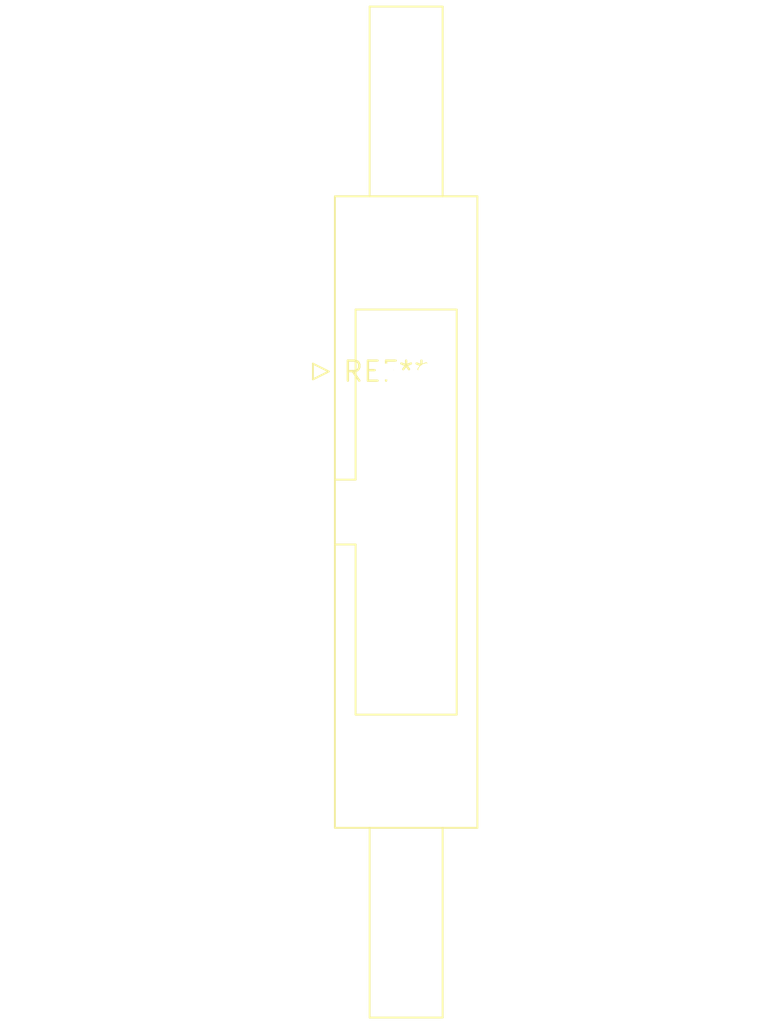
<source format=kicad_pcb>
(kicad_pcb (version 20240108) (generator pcbnew)
  (layers (0 "F.Cu" signal) (31 "B.Cu" signal) (34 "B.Paste" user) (35 "F.Paste" user) (36 "B.SilkS" user "B.Silkscreen") (37 "F.SilkS" user "F.Silkscreen") (38 "B.Mask" user) (39 "F.Mask" user) (44 "Edge.Cuts" user))
  (net 0 "")
  (footprint "IDC-Header_2x08_P2.54mm_Latch12.0mm_Vertical" (layer "F.Cu") (at 0 0)
    (property "Reference" "REF**")
    (property "Value" "IDC-Header_2x08_P2.54mm_Latch12.0mm_Vertical")
    (fp_line (start -4.63 -0.5) (end -4.63 0.5) (layer "F.SilkS") (stroke (width 0.12)))
    (fp_line (start -4.63 0.5) (end -3.63 0) (layer "F.SilkS") (stroke (width 0.12)))
    (fp_line (start -3.63 0) (end -4.63 -0.5) (layer "F.SilkS") (stroke (width 0.12)))
    (fp_line (start -3.24 -11.08) (end 5.78 -11.08) (layer "F.SilkS") (stroke (width 0.12)))
    (fp_line (start -3.24 6.84) (end -1.93 6.84) (layer "F.SilkS") (stroke (width 0.12)))
    (fp_line (start -3.24 28.86) (end -3.24 -11.08) (layer "F.SilkS") (stroke (width 0.12)))
    (fp_line (start -1.93 -3.92) (end 4.47 -3.92) (layer "F.SilkS") (stroke (width 0.12)))
    (fp_line (start -1.93 6.84) (end -1.93 -3.92) (layer "F.SilkS") (stroke (width 0.12)))
    (fp_line (start -1.93 10.94) (end -3.24 10.94) (layer "F.SilkS") (stroke (width 0.12)))
    (fp_line (start -1.93 10.94) (end -1.93 10.94) (layer "F.SilkS") (stroke (width 0.12)))
    (fp_line (start -1.93 21.7) (end -1.93 10.94) (layer "F.SilkS") (stroke (width 0.12)))
    (fp_line (start -1.04 -23.08) (end 3.58 -23.08) (layer "F.SilkS") (stroke (width 0.12)))
    (fp_line (start -1.04 -11.08) (end -1.04 -23.08) (layer "F.SilkS") (stroke (width 0.12)))
    (fp_line (start -1.04 28.86) (end -1.04 40.86) (layer "F.SilkS") (stroke (width 0.12)))
    (fp_line (start -1.04 40.86) (end 3.58 40.86) (layer "F.SilkS") (stroke (width 0.12)))
    (fp_line (start 3.58 -23.08) (end 3.58 -11.08) (layer "F.SilkS") (stroke (width 0.12)))
    (fp_line (start 3.58 40.86) (end 3.58 28.86) (layer "F.SilkS") (stroke (width 0.12)))
    (fp_line (start 4.47 -3.92) (end 4.47 21.7) (layer "F.SilkS") (stroke (width 0.12)))
    (fp_line (start 4.47 21.7) (end -1.93 21.7) (layer "F.SilkS") (stroke (width 0.12)))
    (fp_line (start 5.78 -11.08) (end 5.78 28.86) (layer "F.SilkS") (stroke (width 0.12)))
    (fp_line (start 5.78 28.86) (end -3.24 28.86) (layer "F.SilkS") (stroke (width 0.12)))
    (pad "1" thru_hole roundrect (at 0 0) (size 1.7 1.7) (drill 1) (layers *.Cu *.Mask) (remove_unused_layers) (roundrect_rratio 0.147059))
    (pad "2" thru_hole circle (at 2.54 0) (size 1.7 1.7) (drill 1) (layers *.Cu *.Mask) (remove_unused_layers))
    (pad "3" thru_hole circle (at 0 2.54) (size 1.7 1.7) (drill 1) (layers *.Cu *.Mask) (remove_unused_layers))
    (pad "4" thru_hole circle (at 2.54 2.54) (size 1.7 1.7) (drill 1) (layers *.Cu *.Mask) (remove_unused_layers))
    (pad "5" thru_hole circle (at 0 5.08) (size 1.7 1.7) (drill 1) (layers *.Cu *.Mask) (remove_unused_layers))
    (pad "6" thru_hole circle (at 2.54 5.08) (size 1.7 1.7) (drill 1) (layers *.Cu *.Mask) (remove_unused_layers))
    (pad "7" thru_hole circle (at 0 7.62) (size 1.7 1.7) (drill 1) (layers *.Cu *.Mask) (remove_unused_layers))
    (pad "8" thru_hole circle (at 2.54 7.62) (size 1.7 1.7) (drill 1) (layers *.Cu *.Mask) (remove_unused_layers))
    (pad "9" thru_hole circle (at 0 10.16) (size 1.7 1.7) (drill 1) (layers *.Cu *.Mask) (remove_unused_layers))
    (pad "10" thru_hole circle (at 2.54 10.16) (size 1.7 1.7) (drill 1) (layers *.Cu *.Mask) (remove_unused_layers))
    (pad "11" thru_hole circle (at 0 12.7) (size 1.7 1.7) (drill 1) (layers *.Cu *.Mask) (remove_unused_layers))
    (pad "12" thru_hole circle (at 2.54 12.7) (size 1.7 1.7) (drill 1) (layers *.Cu *.Mask) (remove_unused_layers))
    (pad "13" thru_hole circle (at 0 15.24) (size 1.7 1.7) (drill 1) (layers *.Cu *.Mask) (remove_unused_layers))
    (pad "14" thru_hole circle (at 2.54 15.24) (size 1.7 1.7) (drill 1) (layers *.Cu *.Mask) (remove_unused_layers))
    (pad "15" thru_hole circle (at 0 17.78) (size 1.7 1.7) (drill 1) (layers *.Cu *.Mask) (remove_unused_layers))
    (pad "16" thru_hole circle (at 2.54 17.78) (size 1.7 1.7) (drill 1) (layers *.Cu *.Mask) (remove_unused_layers))
  )
)
</source>
